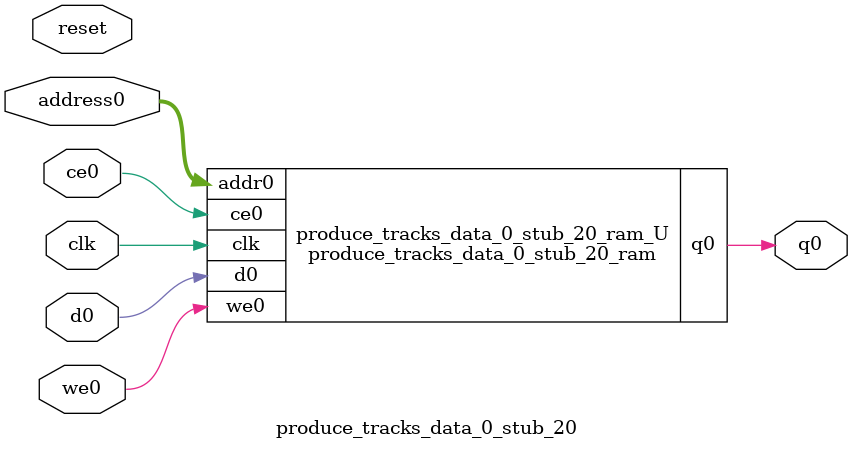
<source format=v>
`timescale 1 ns / 1 ps
module produce_tracks_data_0_stub_20_ram (addr0, ce0, d0, we0, q0,  clk);

parameter DWIDTH = 1;
parameter AWIDTH = 4;
parameter MEM_SIZE = 16;

input[AWIDTH-1:0] addr0;
input ce0;
input[DWIDTH-1:0] d0;
input we0;
output reg[DWIDTH-1:0] q0;
input clk;

(* ram_style = "distributed" *)reg [DWIDTH-1:0] ram[0:MEM_SIZE-1];




always @(posedge clk)  
begin 
    if (ce0) 
    begin
        if (we0) 
        begin 
            ram[addr0] <= d0; 
        end 
        q0 <= ram[addr0];
    end
end


endmodule

`timescale 1 ns / 1 ps
module produce_tracks_data_0_stub_20(
    reset,
    clk,
    address0,
    ce0,
    we0,
    d0,
    q0);

parameter DataWidth = 32'd1;
parameter AddressRange = 32'd16;
parameter AddressWidth = 32'd4;
input reset;
input clk;
input[AddressWidth - 1:0] address0;
input ce0;
input we0;
input[DataWidth - 1:0] d0;
output[DataWidth - 1:0] q0;



produce_tracks_data_0_stub_20_ram produce_tracks_data_0_stub_20_ram_U(
    .clk( clk ),
    .addr0( address0 ),
    .ce0( ce0 ),
    .we0( we0 ),
    .d0( d0 ),
    .q0( q0 ));

endmodule


</source>
